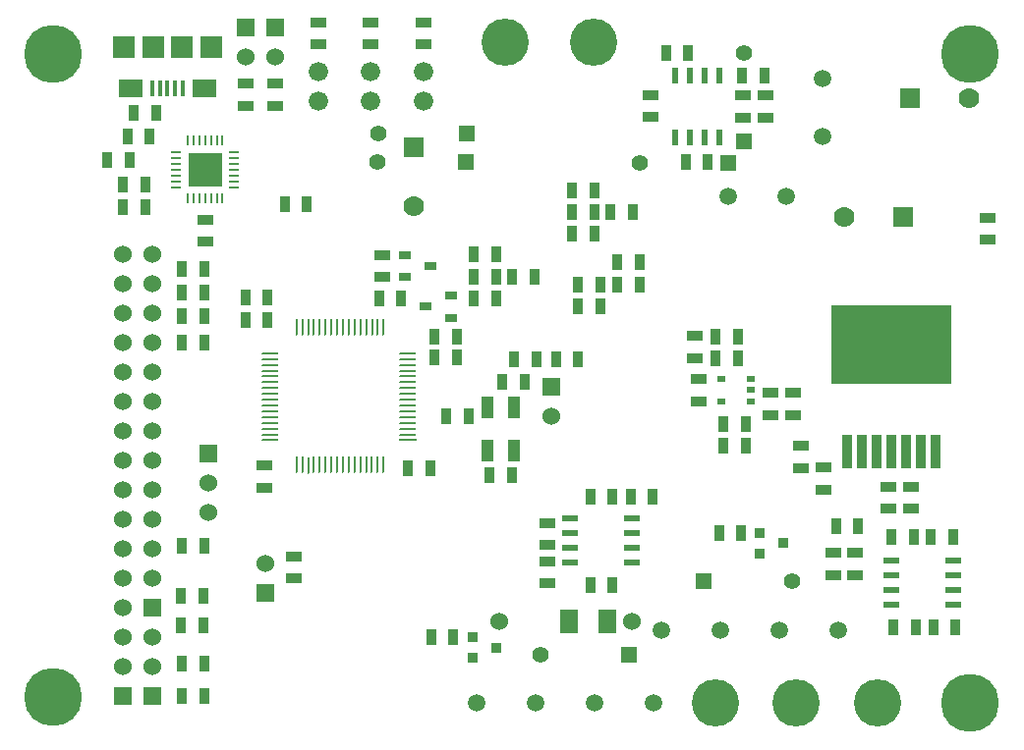
<source format=gts>
G04 (created by PCBNEW (2013-07-07 BZR 4022)-stable) date Mon 12 Jan 2015 09:48:45 AM MSK*
%MOIN*%
G04 Gerber Fmt 3.4, Leading zero omitted, Abs format*
%FSLAX34Y34*%
G01*
G70*
G90*
G04 APERTURE LIST*
%ADD10C,0.00590551*%
%ADD11R,0.035X0.055*%
%ADD12C,0.19685*%
%ADD13R,0.055X0.035*%
%ADD14R,0.06X0.06*%
%ADD15C,0.06*%
%ADD16C,0.066*%
%ADD17R,0.06X0.0098*%
%ADD18O,0.06X0.0098*%
%ADD19O,0.0098X0.06*%
%ADD20R,0.036X0.036*%
%ADD21R,0.0394X0.0315*%
%ADD22R,0.0236X0.0551*%
%ADD23R,0.0551X0.0236*%
%ADD24C,0.0590551*%
%ADD25R,0.015748X0.0531496*%
%ADD26R,0.0787402X0.0629921*%
%ADD27R,0.0748031X0.0748031*%
%ADD28R,0.055X0.055*%
%ADD29C,0.055*%
%ADD30R,0.0433X0.0748*%
%ADD31R,0.07X0.07*%
%ADD32C,0.07*%
%ADD33C,0.16*%
%ADD34O,0.0098X0.0394*%
%ADD35O,0.0394X0.0098*%
%ADD36R,0.11811X0.11811*%
%ADD37R,0.06X0.08*%
%ADD38R,0.03X0.02*%
%ADD39R,0.0354331X0.11811*%
%ADD40R,0.409843X0.271654*%
G04 APERTURE END LIST*
G54D10*
G54D11*
X19922Y-7696D03*
X19172Y-7696D03*
X19922Y-6948D03*
X19172Y-6948D03*
X20471Y-6948D03*
X21221Y-6948D03*
X19172Y-6200D03*
X19922Y-6200D03*
G54D12*
X32677Y-23622D03*
X1574Y-23425D03*
X32677Y-1574D03*
X1574Y-1574D03*
G54D13*
X14118Y-1261D03*
X14118Y-511D03*
X12338Y-1261D03*
X12338Y-511D03*
X10578Y-1261D03*
X10578Y-511D03*
X8098Y-3341D03*
X8098Y-2591D03*
X9098Y-3341D03*
X9098Y-2591D03*
G54D14*
X8098Y-666D03*
G54D15*
X8098Y-1666D03*
G54D14*
X9098Y-666D03*
G54D15*
X9098Y-1666D03*
G54D16*
X14118Y-3186D03*
X14118Y-2186D03*
X12338Y-3186D03*
X12338Y-2186D03*
X10578Y-3186D03*
X10578Y-2186D03*
G54D17*
X13609Y-14694D03*
G54D18*
X13609Y-14497D03*
X13609Y-14300D03*
X13609Y-14103D03*
X13609Y-13906D03*
X13609Y-13710D03*
X13609Y-13513D03*
X13609Y-13316D03*
X13609Y-13119D03*
X13609Y-12922D03*
X13609Y-12725D03*
X13609Y-12529D03*
X13609Y-12332D03*
X13609Y-12135D03*
X13609Y-11938D03*
X13609Y-11741D03*
G54D19*
X12774Y-10843D03*
X12577Y-10843D03*
X12380Y-10843D03*
X12183Y-10843D03*
X11986Y-10843D03*
X11790Y-10843D03*
X11593Y-10843D03*
X11396Y-10843D03*
X11199Y-10843D03*
X11002Y-10843D03*
X10805Y-10843D03*
X10609Y-10843D03*
X10412Y-10843D03*
X10215Y-10843D03*
X10018Y-10843D03*
X9821Y-10843D03*
G54D18*
X8923Y-11741D03*
X8923Y-11938D03*
X8923Y-12135D03*
X8923Y-12332D03*
X8923Y-12529D03*
X8923Y-12725D03*
X8923Y-12922D03*
X8923Y-13119D03*
X8923Y-13316D03*
X8923Y-13513D03*
X8923Y-13710D03*
X8923Y-13906D03*
X8923Y-14103D03*
X8923Y-14300D03*
X8923Y-14497D03*
X8923Y-14694D03*
G54D19*
X9821Y-15529D03*
X10018Y-15529D03*
X10412Y-15529D03*
X10215Y-15536D03*
X10609Y-15529D03*
X10805Y-15529D03*
X11002Y-15529D03*
X11199Y-15529D03*
X11396Y-15529D03*
X11593Y-15529D03*
X11787Y-15529D03*
X11984Y-15529D03*
X12181Y-15529D03*
X12378Y-15529D03*
X12574Y-15529D03*
X12771Y-15529D03*
G54D20*
X15781Y-22082D03*
X15781Y-21382D03*
X16581Y-21732D03*
G54D21*
X14212Y-10157D03*
X15078Y-9782D03*
X15078Y-10532D03*
X14351Y-8786D03*
X13485Y-9161D03*
X13485Y-8411D03*
G54D22*
X24147Y-4400D03*
X24147Y-2300D03*
X23647Y-4400D03*
X23147Y-4400D03*
X22647Y-4400D03*
X23647Y-2300D03*
X23147Y-2300D03*
X22647Y-2300D03*
G54D23*
X19107Y-18860D03*
X21207Y-18860D03*
X19107Y-18360D03*
X19107Y-17860D03*
X19107Y-17360D03*
X21207Y-18360D03*
X21207Y-17860D03*
X21207Y-17360D03*
G54D11*
X20119Y-9409D03*
X19369Y-9409D03*
X20119Y-10157D03*
X19369Y-10157D03*
X16595Y-9881D03*
X15845Y-9881D03*
X30749Y-17992D03*
X29999Y-17992D03*
X24784Y-11929D03*
X24034Y-11929D03*
G54D13*
X18346Y-18249D03*
X18346Y-17499D03*
G54D11*
X20532Y-16614D03*
X19782Y-16614D03*
X16595Y-9133D03*
X15845Y-9133D03*
X10178Y-6692D03*
X9428Y-6692D03*
G54D13*
X9718Y-18631D03*
X9718Y-19381D03*
X29881Y-16278D03*
X29881Y-17028D03*
G54D11*
X30827Y-21062D03*
X30077Y-21062D03*
X14388Y-21377D03*
X15138Y-21377D03*
G54D13*
X27696Y-15628D03*
X27696Y-16378D03*
G54D11*
X5943Y-23366D03*
X6693Y-23366D03*
X5943Y-22266D03*
X6693Y-22266D03*
G54D13*
X25729Y-3732D03*
X25729Y-2982D03*
G54D11*
X8838Y-10620D03*
X8088Y-10620D03*
X14506Y-11181D03*
X15256Y-11181D03*
X19792Y-19616D03*
X20542Y-19616D03*
G54D13*
X12718Y-9161D03*
X12718Y-8411D03*
G54D11*
X15653Y-13866D03*
X14903Y-13866D03*
X16363Y-15886D03*
X17113Y-15886D03*
X17553Y-12726D03*
X16803Y-12726D03*
X19373Y-11946D03*
X18623Y-11946D03*
X17953Y-11946D03*
X17203Y-11946D03*
X8838Y-9832D03*
X8088Y-9832D03*
X24310Y-14133D03*
X25060Y-14133D03*
G54D13*
X8739Y-15560D03*
X8739Y-16310D03*
G54D11*
X12616Y-9872D03*
X13366Y-9872D03*
X13600Y-15659D03*
X14350Y-15659D03*
X14506Y-11889D03*
X15256Y-11889D03*
X4153Y-5166D03*
X3403Y-5166D03*
X5053Y-3566D03*
X4303Y-3566D03*
X4833Y-4386D03*
X4083Y-4386D03*
X4693Y-6026D03*
X3943Y-6026D03*
X4693Y-6766D03*
X3943Y-6766D03*
G54D13*
X24969Y-3732D03*
X24969Y-2982D03*
G54D11*
X25684Y-2317D03*
X24934Y-2317D03*
G54D13*
X25905Y-13089D03*
X25905Y-13839D03*
G54D11*
X23103Y-1539D03*
X22353Y-1539D03*
G54D13*
X21822Y-3725D03*
X21822Y-2975D03*
G54D11*
X23772Y-5240D03*
X23022Y-5240D03*
G54D13*
X23346Y-11160D03*
X23346Y-11910D03*
G54D11*
X28128Y-17598D03*
X28878Y-17598D03*
X17144Y-9133D03*
X17894Y-9133D03*
X15845Y-8385D03*
X16595Y-8385D03*
G54D13*
X23464Y-13367D03*
X23464Y-12617D03*
X30669Y-16278D03*
X30669Y-17028D03*
G54D11*
X21457Y-8661D03*
X20707Y-8661D03*
X20707Y-9409D03*
X21457Y-9409D03*
G54D24*
X27677Y-4370D03*
X27677Y-2401D03*
X26437Y-6397D03*
X24468Y-6397D03*
G54D14*
X4918Y-23366D03*
G54D15*
X4918Y-22366D03*
X4918Y-21366D03*
G54D14*
X6820Y-15141D03*
G54D15*
X6820Y-16141D03*
X6820Y-17141D03*
G54D14*
X3918Y-23366D03*
G54D15*
X3918Y-22366D03*
X3918Y-21366D03*
G54D14*
X8758Y-19866D03*
G54D15*
X8758Y-18866D03*
G54D14*
X18458Y-12886D03*
G54D15*
X18458Y-13886D03*
G54D25*
X5954Y-2755D03*
X5698Y-2755D03*
X5442Y-2755D03*
X5186Y-2755D03*
X4930Y-2755D03*
G54D26*
X6682Y-2755D03*
X4202Y-2755D03*
G54D27*
X6918Y-1358D03*
X3965Y-1358D03*
X5914Y-1358D03*
X4969Y-1358D03*
G54D28*
X21086Y-21968D03*
G54D29*
X18086Y-21968D03*
G54D28*
X24472Y-5295D03*
G54D29*
X21472Y-5295D03*
G54D28*
X15598Y-4266D03*
G54D29*
X12598Y-4266D03*
G54D28*
X25009Y-4557D03*
G54D29*
X25009Y-1557D03*
G54D28*
X15578Y-5246D03*
G54D29*
X12578Y-5246D03*
G54D30*
X17211Y-15034D03*
X17211Y-13578D03*
X16305Y-13578D03*
X16305Y-15034D03*
G54D31*
X30614Y-3090D03*
G54D32*
X32614Y-3090D03*
G54D31*
X30409Y-7106D03*
G54D32*
X28409Y-7106D03*
G54D31*
X13798Y-4746D03*
G54D32*
X13798Y-6746D03*
G54D33*
X19898Y-1166D03*
X16898Y-1166D03*
X29527Y-23622D03*
X26771Y-23622D03*
X24015Y-23622D03*
G54D24*
X17937Y-23622D03*
X19937Y-23622D03*
X15937Y-23622D03*
X21937Y-23622D03*
G54D13*
X6721Y-7203D03*
X6721Y-7953D03*
G54D34*
X7312Y-4527D03*
X7115Y-4527D03*
X6918Y-4527D03*
X6721Y-4527D03*
X6524Y-4527D03*
X6327Y-4527D03*
X6130Y-4527D03*
G54D35*
X5737Y-4920D03*
X5737Y-5117D03*
X5737Y-5314D03*
X5737Y-5511D03*
X5737Y-5708D03*
X5737Y-5905D03*
X5737Y-6102D03*
G54D34*
X6130Y-6495D03*
X6327Y-6495D03*
X6524Y-6495D03*
X6721Y-6495D03*
X6918Y-6495D03*
X7115Y-6495D03*
X7312Y-6495D03*
G54D35*
X7705Y-6102D03*
X7705Y-5905D03*
X7705Y-5708D03*
X7705Y-5511D03*
X7705Y-5314D03*
X7705Y-5117D03*
X7705Y-4920D03*
G54D36*
X6721Y-5511D03*
G54D11*
X6654Y-19980D03*
X5904Y-19980D03*
X6654Y-20964D03*
X5904Y-20964D03*
X6693Y-18287D03*
X5943Y-18287D03*
X6693Y-8866D03*
X5943Y-8866D03*
X6693Y-9666D03*
X5943Y-9666D03*
X6693Y-10466D03*
X5943Y-10466D03*
X6693Y-11366D03*
X5943Y-11366D03*
G54D14*
X4918Y-20366D03*
G54D15*
X3918Y-20366D03*
X4918Y-19366D03*
X3918Y-19366D03*
X4918Y-18366D03*
X3918Y-18366D03*
X4918Y-17366D03*
X3918Y-17366D03*
X4918Y-16366D03*
X3918Y-16366D03*
X4918Y-15366D03*
X3918Y-15366D03*
X4918Y-14366D03*
X3918Y-14366D03*
X4918Y-13366D03*
X3918Y-13366D03*
X4918Y-12366D03*
X3918Y-12366D03*
X4918Y-11366D03*
X3918Y-11366D03*
X4918Y-10366D03*
X3918Y-10366D03*
X4918Y-9366D03*
X3918Y-9366D03*
X4918Y-8366D03*
X3918Y-8366D03*
G54D23*
X32112Y-18777D03*
X30012Y-18777D03*
X32112Y-19277D03*
X32112Y-19777D03*
X32112Y-20277D03*
X30012Y-19277D03*
X30012Y-19777D03*
X30012Y-20277D03*
G54D13*
X26929Y-14880D03*
X26929Y-15630D03*
G54D11*
X25060Y-14881D03*
X24310Y-14881D03*
G54D13*
X26653Y-13089D03*
X26653Y-13839D03*
G54D11*
X32087Y-17992D03*
X31337Y-17992D03*
X31416Y-21062D03*
X32166Y-21062D03*
X24034Y-11181D03*
X24784Y-11181D03*
G54D13*
X28779Y-19272D03*
X28779Y-18522D03*
X18346Y-19548D03*
X18346Y-18798D03*
G54D11*
X21910Y-16614D03*
X21160Y-16614D03*
G54D13*
X28031Y-18522D03*
X28031Y-19272D03*
X33267Y-7144D03*
X33267Y-7894D03*
G54D15*
X21206Y-20846D03*
X16706Y-20846D03*
G54D37*
X20374Y-20846D03*
X19074Y-20846D03*
G54D38*
X25224Y-13367D03*
X25224Y-12617D03*
X24224Y-13367D03*
X25224Y-12992D03*
X24224Y-12617D03*
G54D39*
X28500Y-15094D03*
X29000Y-15094D03*
X29500Y-15094D03*
X30000Y-15094D03*
X30500Y-15094D03*
X31000Y-15094D03*
X31500Y-15094D03*
G54D40*
X30000Y-11452D03*
G54D24*
X26196Y-21141D03*
X24196Y-21141D03*
X28196Y-21141D03*
X22196Y-21141D03*
G54D20*
X25544Y-18538D03*
X25544Y-17838D03*
X26344Y-18188D03*
G54D11*
X24152Y-17834D03*
X24902Y-17834D03*
G54D28*
X23618Y-19488D03*
G54D29*
X26618Y-19488D03*
M02*

</source>
